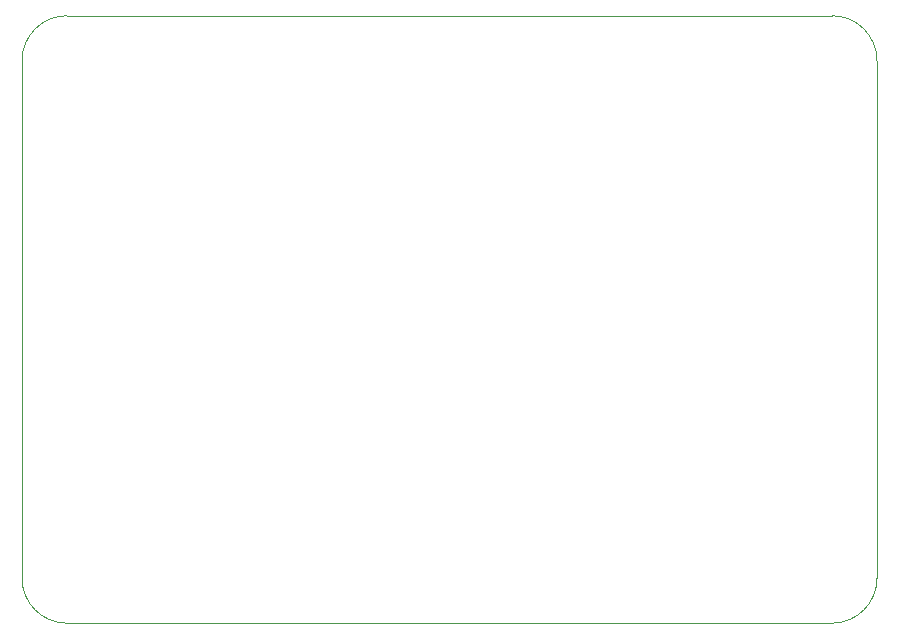
<source format=gbr>
%TF.GenerationSoftware,KiCad,Pcbnew,(6.0.0)*%
%TF.CreationDate,2022-02-07T22:24:18-06:00*%
%TF.ProjectId,PiDRO_interface,50694452-4f5f-4696-9e74-657266616365,rev?*%
%TF.SameCoordinates,Original*%
%TF.FileFunction,Profile,NP*%
%FSLAX46Y46*%
G04 Gerber Fmt 4.6, Leading zero omitted, Abs format (unit mm)*
G04 Created by KiCad (PCBNEW (6.0.0)) date 2022-02-07 22:24:18*
%MOMM*%
%LPD*%
G01*
G04 APERTURE LIST*
%TA.AperFunction,Profile*%
%ADD10C,0.100000*%
%TD*%
G04 APERTURE END LIST*
D10*
X94615000Y-40640000D02*
G75*
G03*
X90805000Y-44450000I-1J-3809999D01*
G01*
X90805000Y-88265000D02*
X90805000Y-44450000D01*
X90805000Y-88265000D02*
G75*
G03*
X94615000Y-92075000I3809999J-1D01*
G01*
X94615000Y-40640000D02*
X159385000Y-40640000D01*
X159385000Y-92075000D02*
G75*
G03*
X163195000Y-88265000I1J3809999D01*
G01*
X163195000Y-44450000D02*
X163195000Y-88265000D01*
X159385000Y-92075000D02*
X94615000Y-92075000D01*
X163195000Y-44450000D02*
G75*
G03*
X159385000Y-40640000I-3809999J1D01*
G01*
M02*

</source>
